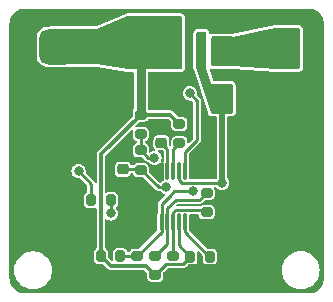
<source format=gbr>
%TF.GenerationSoftware,KiCad,Pcbnew,(6.0.1)*%
%TF.CreationDate,2023-03-26T21:04:12+08:00*%
%TF.ProjectId,Solenoid valve,536f6c65-6e6f-4696-9420-76616c76652e,rev?*%
%TF.SameCoordinates,Original*%
%TF.FileFunction,Copper,L2,Bot*%
%TF.FilePolarity,Positive*%
%FSLAX46Y46*%
G04 Gerber Fmt 4.6, Leading zero omitted, Abs format (unit mm)*
G04 Created by KiCad (PCBNEW (6.0.1)) date 2023-03-26 21:04:12*
%MOMM*%
%LPD*%
G01*
G04 APERTURE LIST*
G04 Aperture macros list*
%AMRoundRect*
0 Rectangle with rounded corners*
0 $1 Rounding radius*
0 $2 $3 $4 $5 $6 $7 $8 $9 X,Y pos of 4 corners*
0 Add a 4 corners polygon primitive as box body*
4,1,4,$2,$3,$4,$5,$6,$7,$8,$9,$2,$3,0*
0 Add four circle primitives for the rounded corners*
1,1,$1+$1,$2,$3*
1,1,$1+$1,$4,$5*
1,1,$1+$1,$6,$7*
1,1,$1+$1,$8,$9*
0 Add four rect primitives between the rounded corners*
20,1,$1+$1,$2,$3,$4,$5,0*
20,1,$1+$1,$4,$5,$6,$7,0*
20,1,$1+$1,$6,$7,$8,$9,0*
20,1,$1+$1,$8,$9,$2,$3,0*%
G04 Aperture macros list end*
%TA.AperFunction,SMDPad,CuDef*%
%ADD10R,1.800000X2.500000*%
%TD*%
%TA.AperFunction,ComponentPad*%
%ADD11R,3.000000X3.000000*%
%TD*%
%TA.AperFunction,ComponentPad*%
%ADD12C,3.000000*%
%TD*%
%TA.AperFunction,ComponentPad*%
%ADD13RoundRect,0.750000X0.750000X-0.750000X0.750000X0.750000X-0.750000X0.750000X-0.750000X-0.750000X0*%
%TD*%
%TA.AperFunction,SMDPad,CuDef*%
%ADD14RoundRect,0.200000X-0.275000X0.200000X-0.275000X-0.200000X0.275000X-0.200000X0.275000X0.200000X0*%
%TD*%
%TA.AperFunction,SMDPad,CuDef*%
%ADD15RoundRect,0.225000X0.250000X-0.225000X0.250000X0.225000X-0.250000X0.225000X-0.250000X-0.225000X0*%
%TD*%
%TA.AperFunction,SMDPad,CuDef*%
%ADD16RoundRect,0.200000X0.275000X-0.200000X0.275000X0.200000X-0.275000X0.200000X-0.275000X-0.200000X0*%
%TD*%
%TA.AperFunction,SMDPad,CuDef*%
%ADD17RoundRect,0.200000X-0.200000X-0.275000X0.200000X-0.275000X0.200000X0.275000X-0.200000X0.275000X0*%
%TD*%
%TA.AperFunction,SMDPad,CuDef*%
%ADD18RoundRect,0.200000X0.200000X0.275000X-0.200000X0.275000X-0.200000X-0.275000X0.200000X-0.275000X0*%
%TD*%
%TA.AperFunction,SMDPad,CuDef*%
%ADD19RoundRect,0.075000X0.075000X-0.650000X0.075000X0.650000X-0.075000X0.650000X-0.075000X-0.650000X0*%
%TD*%
%TA.AperFunction,ViaPad*%
%ADD20C,0.800000*%
%TD*%
%TA.AperFunction,Conductor*%
%ADD21C,0.250000*%
%TD*%
%TA.AperFunction,Conductor*%
%ADD22C,0.500000*%
%TD*%
%TA.AperFunction,Conductor*%
%ADD23C,0.800000*%
%TD*%
%TA.AperFunction,Conductor*%
%ADD24C,0.320000*%
%TD*%
G04 APERTURE END LIST*
D10*
%TO.P,D2,2,A*%
%TO.N,Net-(D2-Pad2)*%
X18201000Y16677000D03*
%TO.P,D2,1,K*%
%TO.N,Net-(D2-Pad1)*%
X18201000Y20677000D03*
%TD*%
D11*
%TO.P,J2,1,Pin_2*%
%TO.N,GND*%
X23111000Y15927000D03*
D12*
%TO.P,J2,2,Pin_1*%
%TO.N,Net-(D2-Pad1)*%
X23111000Y20927000D03*
%TD*%
%TO.P,J3,2,Pin_2*%
%TO.N,GND*%
X4211000Y16077000D03*
D13*
%TO.P,J3,1,Pin_1*%
%TO.N,+24V*%
X4211000Y21077000D03*
%TD*%
D14*
%TO.P,R8,1*%
%TO.N,Net-(R7-Pad1)*%
X12551000Y3382000D03*
%TO.P,R8,2*%
%TO.N,+24V*%
X12551000Y1732000D03*
%TD*%
D15*
%TO.P,C2,1*%
%TO.N,Net-(C2-Pad1)*%
X13071000Y12952000D03*
%TO.P,C2,2*%
%TO.N,GND*%
X13071000Y14502000D03*
%TD*%
D16*
%TO.P,R2,1*%
%TO.N,Net-(C1-Pad1)*%
X11311000Y10657000D03*
%TO.P,R2,2*%
%TO.N,Net-(R1-Pad1)*%
X11311000Y12307000D03*
%TD*%
%TO.P,R1,1*%
%TO.N,Net-(R1-Pad1)*%
X11311000Y13687000D03*
%TO.P,R1,2*%
%TO.N,+24V*%
X11311000Y15337000D03*
%TD*%
%TO.P,R6,1*%
%TO.N,GND*%
X14071000Y1742000D03*
%TO.P,R6,2*%
%TO.N,Net-(R6-Pad2)*%
X14071000Y3392000D03*
%TD*%
D17*
%TO.P,R10,1*%
%TO.N,+24V*%
X15516000Y3317000D03*
%TO.P,R10,2*%
%TO.N,Net-(R10-Pad2)*%
X17166000Y3317000D03*
%TD*%
D18*
%TO.P,R4,1*%
%TO.N,Net-(Q1-Pad3)*%
X9586000Y3377000D03*
%TO.P,R4,2*%
%TO.N,+24V*%
X7936000Y3377000D03*
%TD*%
D17*
%TO.P,R12,1*%
%TO.N,Net-(R12-Pad1)*%
X7126000Y8077000D03*
%TO.P,R12,2*%
%TO.N,Net-(J1-Pad2)*%
X8776000Y8077000D03*
%TD*%
D14*
%TO.P,R7,1*%
%TO.N,Net-(R7-Pad1)*%
X16891000Y8712000D03*
%TO.P,R7,2*%
%TO.N,Net-(R6-Pad2)*%
X16891000Y7062000D03*
%TD*%
D16*
%TO.P,R9,1*%
%TO.N,Net-(R9-Pad1)*%
X14591000Y12902000D03*
%TO.P,R9,2*%
%TO.N,+24V*%
X14591000Y14552000D03*
%TD*%
%TO.P,R5,1*%
%TO.N,GND*%
X11031000Y1732000D03*
%TO.P,R5,2*%
%TO.N,Net-(Q1-Pad3)*%
X11031000Y3382000D03*
%TD*%
D15*
%TO.P,C1,1*%
%TO.N,Net-(C1-Pad1)*%
X9791000Y10707000D03*
%TO.P,C1,2*%
%TO.N,GND*%
X9791000Y12257000D03*
%TD*%
D19*
%TO.P,U2,1,SENSE*%
%TO.N,Net-(R10-Pad2)*%
X15081000Y6197000D03*
%TO.P,U2,2,Vin*%
%TO.N,+24V*%
X14581000Y6197000D03*
%TO.P,U2,3,OVP*%
%TO.N,Net-(R6-Pad2)*%
X14081000Y6197000D03*
%TO.P,U2,4,UVLO*%
%TO.N,Net-(R7-Pad1)*%
X13581000Y6197000D03*
%TO.P,U2,5,EN*%
%TO.N,Net-(Q1-Pad3)*%
X13081000Y6197000D03*
%TO.P,U2,6,GND*%
%TO.N,GND*%
X13081000Y10597000D03*
%TO.P,U2,7,TIMER*%
%TO.N,Net-(C2-Pad1)*%
X13581000Y10597000D03*
%TO.P,U2,8,nPGD*%
%TO.N,Net-(R9-Pad1)*%
X14081000Y10597000D03*
%TO.P,U2,9,OUT*%
%TO.N,Net-(D2-Pad2)*%
X14581000Y10597000D03*
%TO.P,U2,10,GATE*%
%TO.N,Net-(Q2-Pad4)*%
X15081000Y10597000D03*
%TD*%
D20*
%TO.N,Net-(D2-Pad2)*%
X18201000Y16677000D03*
X17111000Y17517000D03*
X16451000Y19537000D03*
X16451000Y20827000D03*
X16461000Y21877000D03*
X18200520Y9547480D03*
%TO.N,Net-(Q2-Pad4)*%
X15471000Y17127000D03*
%TO.N,GND*%
X10511000Y7427000D03*
%TO.N,Net-(R12-Pad1)*%
X6051000Y10537000D03*
%TO.N,Net-(J1-Pad2)*%
X8771000Y6967000D03*
%TO.N,+24V*%
X9611000Y20457000D03*
X12111000Y20957000D03*
X8111000Y20457000D03*
X14111000Y21957000D03*
X11111000Y20957000D03*
X11111000Y19957000D03*
X13111000Y21957000D03*
X14111000Y19957000D03*
X14111000Y22957000D03*
X13111000Y22957000D03*
X12111000Y22957000D03*
X13111000Y20957000D03*
X12111000Y19957000D03*
X8111000Y21457000D03*
X11111000Y21957000D03*
X6611000Y20457000D03*
X9611000Y21457000D03*
X13111000Y19957000D03*
X6611000Y21457000D03*
X11111000Y22957000D03*
X14111000Y20957000D03*
X12111000Y21957000D03*
%TO.N,Net-(R1-Pad1)*%
X12475930Y11664105D03*
%TO.N,GND*%
X19381000Y6967000D03*
X21881000Y5467000D03*
X20881000Y6967000D03*
X20381000Y5467000D03*
%TO.N,Net-(C1-Pad1)*%
X13481000Y9187000D03*
%TO.N,Net-(Q1-Pad3)*%
X15711021Y8822980D03*
%TD*%
D21*
%TO.N,Net-(D2-Pad2)*%
X18201000Y9547960D02*
X18200520Y9547480D01*
D22*
X18201000Y16677000D02*
X18201000Y9547960D01*
D21*
X14840514Y9547480D02*
X18200520Y9547480D01*
X14581000Y9806994D02*
X14840514Y9547480D01*
X14581000Y10597000D02*
X14581000Y9806994D01*
%TO.N,Net-(Q2-Pad4)*%
X16091000Y16507000D02*
X15471000Y17127000D01*
X16091000Y13185217D02*
X16091000Y16507000D01*
X15081000Y10597000D02*
X15081000Y12175217D01*
X15081000Y12175217D02*
X16091000Y13185217D01*
D23*
%TO.N,+24V*%
X11311000Y19757000D02*
X11111000Y19957000D01*
X11311000Y18657000D02*
X11311000Y19757000D01*
D21*
%TO.N,Net-(R12-Pad1)*%
X7126000Y9462000D02*
X6051000Y10537000D01*
X7126000Y8077000D02*
X7126000Y9462000D01*
%TO.N,Net-(R1-Pad1)*%
X11953895Y11664105D02*
X11311000Y12307000D01*
X12475930Y11664105D02*
X11953895Y11664105D01*
D23*
%TO.N,+24V*%
X11311000Y15337000D02*
X11311000Y18657000D01*
D24*
X7936000Y3377000D02*
X7936000Y11962000D01*
D21*
X11311000Y18657000D02*
X11111000Y18857000D01*
D24*
X7936000Y11962000D02*
X11311000Y15337000D01*
D21*
X15516000Y3317000D02*
X14866480Y2667480D01*
X14581000Y6197000D02*
X14581000Y4252000D01*
X14866480Y2667480D02*
X13486480Y2667480D01*
X14581000Y4252000D02*
X15516000Y3317000D01*
D24*
X8770520Y2542480D02*
X11740520Y2542480D01*
X11740520Y2542480D02*
X12551000Y1732000D01*
X7936000Y3377000D02*
X8770520Y2542480D01*
X13806000Y15337000D02*
X14591000Y14552000D01*
D21*
X13486480Y2667480D02*
X12551000Y1732000D01*
D24*
X11311000Y15337000D02*
X13806000Y15337000D01*
D21*
%TO.N,Net-(R6-Pad2)*%
X14071000Y6187000D02*
X14081000Y6197000D01*
X16696000Y7257000D02*
X16891000Y7062000D01*
X14071000Y3392000D02*
X14071000Y6187000D01*
X14261000Y7257000D02*
X16696000Y7257000D01*
X14081000Y7077000D02*
X14261000Y7257000D01*
X14081000Y6197000D02*
X14081000Y7077000D01*
%TO.N,Net-(R1-Pad1)*%
X11311000Y12307000D02*
X11311000Y13687000D01*
%TO.N,Net-(J1-Pad2)*%
X8771000Y6967000D02*
X8771000Y8072000D01*
X8771000Y8072000D02*
X8776000Y8077000D01*
%TO.N,Net-(C1-Pad1)*%
X11261000Y10707000D02*
X11311000Y10657000D01*
X9791000Y10707000D02*
X11261000Y10707000D01*
X12832783Y9187000D02*
X13481000Y9187000D01*
X11362783Y10657000D02*
X12832783Y9187000D01*
X11311000Y10657000D02*
X11362783Y10657000D01*
%TO.N,Net-(C2-Pad1)*%
X13581000Y10597000D02*
X13581000Y12442000D01*
X13581000Y12442000D02*
X13071000Y12952000D01*
%TO.N,Net-(Q1-Pad3)*%
X11026000Y3377000D02*
X11031000Y3382000D01*
X13781103Y8462489D02*
X14141594Y8822980D01*
X9586000Y3377000D02*
X11026000Y3377000D01*
X14141594Y8822980D02*
X15711021Y8822980D01*
X13081000Y5432000D02*
X13081000Y6197000D01*
X13081000Y7767000D02*
X13776489Y8462489D01*
X11031000Y3382000D02*
X13081000Y5432000D01*
X13081000Y6197000D02*
X13081000Y7767000D01*
X13776489Y8462489D02*
X13781103Y8462489D01*
%TO.N,Net-(R9-Pad1)*%
X14081000Y10597000D02*
X14081000Y12392000D01*
X14081000Y12392000D02*
X14591000Y12902000D01*
%TO.N,Net-(R10-Pad2)*%
X17166000Y3317000D02*
X17120034Y3317000D01*
X15081000Y5356034D02*
X15081000Y6197000D01*
X17120034Y3317000D02*
X15081000Y5356034D01*
%TO.N,Net-(R7-Pad1)*%
X12551000Y3382000D02*
X13581000Y4412000D01*
X13581000Y4412000D02*
X13581000Y6197000D01*
X16277469Y8098469D02*
X16891000Y8712000D01*
X14292469Y8098469D02*
X16277469Y8098469D01*
X13581000Y6197000D02*
X13581000Y7387000D01*
X13581000Y7387000D02*
X14292469Y8098469D01*
%TD*%
%TA.AperFunction,Conductor*%
%TO.N,+24V*%
G36*
X14753121Y23636998D02*
G01*
X14799614Y23583342D01*
X14811000Y23531000D01*
X14811000Y19333000D01*
X14790998Y19264879D01*
X14737342Y19218386D01*
X14685000Y19207000D01*
X10219919Y19207000D01*
X10202167Y19208257D01*
X7615408Y19576373D01*
X7615404Y19576373D01*
X7611000Y19577000D01*
X3737000Y19577000D01*
X3668879Y19597002D01*
X3622386Y19650658D01*
X3611000Y19703000D01*
X3611000Y22451000D01*
X3631002Y22519121D01*
X3684658Y22565614D01*
X3737000Y22577000D01*
X7611000Y22577000D01*
X7622487Y22581772D01*
X7622489Y22581772D01*
X10187795Y23647361D01*
X10236129Y23657000D01*
X14685000Y23657000D01*
X14753121Y23636998D01*
G37*
%TD.AperFunction*%
%TD*%
%TA.AperFunction,Conductor*%
%TO.N,Net-(D2-Pad1)*%
G36*
X24763121Y22616998D02*
G01*
X24809614Y22563342D01*
X24821000Y22511000D01*
X24821000Y19353000D01*
X24800998Y19284879D01*
X24747342Y19238386D01*
X24695000Y19227000D01*
X22754455Y19227000D01*
X22747542Y19227190D01*
X19112717Y19426906D01*
X19112705Y19426906D01*
X19111000Y19427000D01*
X17427000Y19427000D01*
X17358879Y19447002D01*
X17312386Y19500658D01*
X17301000Y19553000D01*
X17301000Y21801000D01*
X17321002Y21869121D01*
X17374658Y21915614D01*
X17427000Y21927000D01*
X19101000Y21927000D01*
X22291673Y22563342D01*
X22648796Y22634566D01*
X22673440Y22637000D01*
X24695000Y22637000D01*
X24763121Y22616998D01*
G37*
%TD.AperFunction*%
%TD*%
%TA.AperFunction,Conductor*%
%TO.N,GND*%
G36*
X25512461Y24309118D02*
G01*
X25526642Y24305857D01*
X25534772Y24307697D01*
X25539196Y24307689D01*
X25554788Y24308813D01*
X25643853Y24301803D01*
X25728319Y24295155D01*
X25739781Y24293340D01*
X25835128Y24270449D01*
X25930472Y24247558D01*
X25941515Y24243970D01*
X26122704Y24168920D01*
X26133047Y24163650D01*
X26206133Y24118863D01*
X26300261Y24061181D01*
X26309650Y24054360D01*
X26458780Y23926990D01*
X26466989Y23918781D01*
X26594360Y23769650D01*
X26601181Y23760261D01*
X26703648Y23593051D01*
X26708920Y23582704D01*
X26783970Y23401515D01*
X26787558Y23390472D01*
X26833339Y23199785D01*
X26835156Y23188316D01*
X26848777Y23015250D01*
X26847735Y23001155D01*
X26847725Y22995481D01*
X26845857Y22987358D01*
X26847697Y22979227D01*
X26849175Y22972694D01*
X26851000Y22956363D01*
X26851000Y1555123D01*
X26849118Y1538539D01*
X26845857Y1524358D01*
X26847697Y1516228D01*
X26847689Y1511804D01*
X26848813Y1496212D01*
X26835156Y1322684D01*
X26833339Y1311215D01*
X26787558Y1120528D01*
X26783970Y1109485D01*
X26708920Y928296D01*
X26703650Y917953D01*
X26635042Y805995D01*
X26601181Y750739D01*
X26594360Y741350D01*
X26500317Y631240D01*
X26466990Y592220D01*
X26458781Y584011D01*
X26309650Y456640D01*
X26300261Y449819D01*
X26133047Y347350D01*
X26122704Y342080D01*
X25941515Y267030D01*
X25930472Y263442D01*
X25835129Y240552D01*
X25739781Y217660D01*
X25728319Y215845D01*
X25555250Y202223D01*
X25541155Y203265D01*
X25535481Y203275D01*
X25527358Y205143D01*
X25515111Y202372D01*
X25512694Y201825D01*
X25496363Y200000D01*
X1555123Y200000D01*
X1538539Y201882D01*
X1538230Y201953D01*
X1524358Y205143D01*
X1516228Y203303D01*
X1511804Y203311D01*
X1496212Y202187D01*
X1407147Y209197D01*
X1322681Y215845D01*
X1311219Y217660D01*
X1215871Y240552D01*
X1120528Y263442D01*
X1109485Y267030D01*
X928296Y342080D01*
X917953Y347350D01*
X750739Y449819D01*
X741350Y456640D01*
X592219Y584011D01*
X584010Y592220D01*
X550683Y631240D01*
X456640Y741350D01*
X449819Y750739D01*
X415958Y805995D01*
X347350Y917953D01*
X342080Y928296D01*
X267030Y1109485D01*
X263442Y1120528D01*
X217661Y1311215D01*
X215844Y1322684D01*
X202223Y1495750D01*
X203265Y1509845D01*
X203275Y1515519D01*
X205143Y1523642D01*
X201825Y1538306D01*
X200000Y1554637D01*
X200000Y2147000D01*
X605551Y2147000D01*
X605779Y2144103D01*
X623468Y1919350D01*
X625317Y1895852D01*
X684127Y1650889D01*
X685240Y1648202D01*
X736983Y1523284D01*
X780534Y1418141D01*
X782055Y1415659D01*
X782057Y1415655D01*
X866399Y1278022D01*
X912164Y1203341D01*
X914056Y1201126D01*
X914058Y1201123D01*
X1054188Y1037052D01*
X1075776Y1011776D01*
X1077990Y1009885D01*
X1257417Y856640D01*
X1267341Y848164D01*
X1269828Y846640D01*
X1479655Y718057D01*
X1479659Y718055D01*
X1482141Y716534D01*
X1714889Y620127D01*
X1959852Y561317D01*
X1962739Y561090D01*
X1962744Y561089D01*
X2085363Y551439D01*
X2148118Y546500D01*
X2273882Y546500D01*
X2336637Y551439D01*
X2459256Y561089D01*
X2459261Y561090D01*
X2462148Y561317D01*
X2707111Y620127D01*
X2939859Y716534D01*
X2942341Y718055D01*
X2942345Y718057D01*
X3152172Y846640D01*
X3154659Y848164D01*
X3164584Y856640D01*
X3344010Y1009885D01*
X3346224Y1011776D01*
X3367812Y1037052D01*
X3507942Y1201123D01*
X3507944Y1201126D01*
X3509836Y1203341D01*
X3555601Y1278022D01*
X3639943Y1415655D01*
X3639945Y1415659D01*
X3641466Y1418141D01*
X3685018Y1523284D01*
X3736760Y1648202D01*
X3737873Y1650889D01*
X3796683Y1895852D01*
X3798533Y1919350D01*
X3816221Y2144103D01*
X3816449Y2147000D01*
X3815059Y2164667D01*
X3796911Y2395256D01*
X3796910Y2395261D01*
X3796683Y2398148D01*
X3737873Y2643111D01*
X3706439Y2719000D01*
X3642582Y2873165D01*
X3642581Y2873166D01*
X3641466Y2875859D01*
X3634278Y2887590D01*
X3511360Y3088172D01*
X3509836Y3090659D01*
X3503420Y3098172D01*
X3348115Y3280010D01*
X3346224Y3282224D01*
X3334516Y3292224D01*
X3156877Y3443942D01*
X3156874Y3443944D01*
X3154659Y3445836D01*
X3134176Y3458388D01*
X2942345Y3575943D01*
X2942341Y3575945D01*
X2939859Y3577466D01*
X2913023Y3588582D01*
X2709798Y3672760D01*
X2707111Y3673873D01*
X2679054Y3680609D01*
X2464972Y3732005D01*
X2462148Y3732683D01*
X2459261Y3732910D01*
X2459256Y3732911D01*
X2332190Y3742911D01*
X2273882Y3747500D01*
X2148118Y3747500D01*
X2089810Y3742911D01*
X1962744Y3732911D01*
X1962739Y3732910D01*
X1959852Y3732683D01*
X1957028Y3732005D01*
X1742947Y3680609D01*
X1714889Y3673873D01*
X1712202Y3672760D01*
X1508978Y3588582D01*
X1482141Y3577466D01*
X1479659Y3575945D01*
X1479655Y3575943D01*
X1287824Y3458388D01*
X1267341Y3445836D01*
X1265126Y3443944D01*
X1265123Y3443942D01*
X1087484Y3292224D01*
X1075776Y3282224D01*
X1073885Y3280010D01*
X918581Y3098172D01*
X912164Y3090659D01*
X910640Y3088172D01*
X787723Y2887590D01*
X780534Y2875859D01*
X779419Y2873166D01*
X779418Y2873165D01*
X715561Y2719000D01*
X684127Y2643111D01*
X625317Y2398148D01*
X625090Y2395261D01*
X625089Y2395256D01*
X606941Y2164667D01*
X605551Y2147000D01*
X200000Y2147000D01*
X200000Y20272076D01*
X2510500Y20272076D01*
X2520698Y20157813D01*
X2573923Y19972194D01*
X2663385Y19801070D01*
X2665755Y19798164D01*
X2665757Y19798161D01*
X2768843Y19671766D01*
X2785429Y19651429D01*
X2788335Y19649059D01*
X2932161Y19531757D01*
X2932164Y19531755D01*
X2935070Y19529385D01*
X3106194Y19439923D01*
X3291813Y19386698D01*
X3295321Y19386385D01*
X3295326Y19386384D01*
X3404428Y19376647D01*
X3404430Y19376647D01*
X3406076Y19376500D01*
X3534764Y19376500D01*
X3569064Y19368071D01*
X3594099Y19354975D01*
X3594102Y19354974D01*
X3597319Y19353291D01*
X3600801Y19352269D01*
X3600805Y19352267D01*
X3631905Y19343136D01*
X3665440Y19333289D01*
X3737000Y19323000D01*
X7587783Y19323000D01*
X7598209Y19322262D01*
X10165747Y18956881D01*
X10165759Y18956880D01*
X10166381Y18956791D01*
X10175933Y18955774D01*
X10183593Y18954958D01*
X10183615Y18954956D01*
X10184226Y18954891D01*
X10194240Y18954182D01*
X10201299Y18953682D01*
X10201304Y18953682D01*
X10201978Y18953634D01*
X10202636Y18953611D01*
X10202650Y18953610D01*
X10211571Y18953295D01*
X10219919Y18953000D01*
X10636500Y18953000D01*
X10684066Y18935687D01*
X10709376Y18891850D01*
X10710500Y18879000D01*
X10710500Y15798111D01*
X10702434Y15764517D01*
X10650354Y15662304D01*
X10649443Y15656552D01*
X10649442Y15656549D01*
X10635955Y15571392D01*
X10635500Y15568519D01*
X10635500Y15565610D01*
X10635501Y15201977D01*
X10618188Y15154411D01*
X10613827Y15149651D01*
X7713871Y12249695D01*
X7701685Y12239854D01*
X7695165Y12235644D01*
X7695163Y12235642D01*
X7690024Y12232324D01*
X7686236Y12227519D01*
X7668608Y12205158D01*
X7662821Y12198645D01*
X7659910Y12195734D01*
X7658136Y12193252D01*
X7658133Y12193248D01*
X7648620Y12179936D01*
X7646528Y12177150D01*
X7615723Y12138074D01*
X7613695Y12132301D01*
X7612846Y12130756D01*
X7612457Y12130139D01*
X7612400Y12130027D01*
X7612118Y12129355D01*
X7611341Y12127769D01*
X7607784Y12122791D01*
X7606031Y12116929D01*
X7593527Y12075120D01*
X7592450Y12071804D01*
X7575957Y12024838D01*
X7575500Y12019561D01*
X7575500Y12018323D01*
X7575089Y12013464D01*
X7573397Y12007808D01*
X7573637Y12001698D01*
X7575443Y11955736D01*
X7575500Y11952831D01*
X7575500Y9609776D01*
X7558187Y9562210D01*
X7514350Y9536900D01*
X7464500Y9545690D01*
X7438796Y9576321D01*
X7436588Y9575046D01*
X7434188Y9579203D01*
X7432054Y9584355D01*
X7431964Y9584462D01*
X7431633Y9585372D01*
X7429351Y9590882D01*
X7427229Y9595432D01*
X7425554Y9601684D01*
X7419888Y9609776D01*
X7402638Y9634411D01*
X7399169Y9639856D01*
X7394760Y9647494D01*
X7379194Y9674455D01*
X7363666Y9687485D01*
X7348585Y9700140D01*
X7343825Y9704501D01*
X6665576Y10382750D01*
X6644184Y10428626D01*
X6644535Y10444735D01*
X6650970Y10493609D01*
X6656682Y10537000D01*
X6636044Y10693762D01*
X6575536Y10839841D01*
X6572586Y10843685D01*
X6572584Y10843689D01*
X6482237Y10961431D01*
X6479282Y10965282D01*
X6464597Y10976550D01*
X6357689Y11058584D01*
X6357685Y11058586D01*
X6353841Y11061536D01*
X6207762Y11122044D01*
X6202960Y11122676D01*
X6202957Y11122677D01*
X6055808Y11142049D01*
X6051000Y11142682D01*
X6046192Y11142049D01*
X5899043Y11122677D01*
X5899040Y11122676D01*
X5894238Y11122044D01*
X5748159Y11061536D01*
X5744315Y11058586D01*
X5744311Y11058584D01*
X5637403Y10976550D01*
X5622718Y10965282D01*
X5619763Y10961431D01*
X5529416Y10843689D01*
X5529414Y10843685D01*
X5526464Y10839841D01*
X5465956Y10693762D01*
X5445318Y10537000D01*
X5445951Y10532192D01*
X5459586Y10428626D01*
X5465956Y10380238D01*
X5526464Y10234159D01*
X5529414Y10230315D01*
X5529416Y10230311D01*
X5604033Y10133069D01*
X5622718Y10108718D01*
X5626569Y10105763D01*
X5744311Y10015416D01*
X5744315Y10015414D01*
X5748159Y10012464D01*
X5894238Y9951956D01*
X5899040Y9951324D01*
X5899043Y9951323D01*
X6046192Y9931951D01*
X6051000Y9931318D01*
X6143266Y9943465D01*
X6192684Y9932509D01*
X6205250Y9922424D01*
X6778826Y9348848D01*
X6800218Y9302972D01*
X6800500Y9296522D01*
X6800500Y8782893D01*
X6783187Y8735327D01*
X6760096Y8716959D01*
X6687658Y8680050D01*
X6597950Y8590342D01*
X6595306Y8585152D01*
X6595304Y8585150D01*
X6543000Y8482498D01*
X6540354Y8477304D01*
X6539443Y8471552D01*
X6539442Y8471549D01*
X6529835Y8410892D01*
X6525500Y8383519D01*
X6525501Y7770482D01*
X6525956Y7767610D01*
X6525956Y7767608D01*
X6528540Y7751295D01*
X6540354Y7676696D01*
X6547820Y7662044D01*
X6595304Y7568850D01*
X6595306Y7568848D01*
X6597950Y7563658D01*
X6687658Y7473950D01*
X6692848Y7471306D01*
X6692850Y7471304D01*
X6795502Y7419000D01*
X6795505Y7418999D01*
X6800696Y7416354D01*
X6806448Y7415443D01*
X6806451Y7415442D01*
X6882396Y7403414D01*
X6894481Y7401500D01*
X7126000Y7401500D01*
X7357518Y7401501D01*
X7360390Y7401956D01*
X7360392Y7401956D01*
X7392090Y7406976D01*
X7451304Y7416354D01*
X7467906Y7424813D01*
X7518145Y7430983D01*
X7560598Y7403414D01*
X7575500Y7358879D01*
X7575500Y4065060D01*
X7558187Y4017494D01*
X7535096Y3999126D01*
X7497658Y3980050D01*
X7407950Y3890342D01*
X7405306Y3885152D01*
X7405304Y3885150D01*
X7353000Y3782498D01*
X7350354Y3777304D01*
X7349443Y3771552D01*
X7349442Y3771549D01*
X7339438Y3708383D01*
X7335500Y3683519D01*
X7335501Y3070482D01*
X7335956Y3067610D01*
X7335956Y3067608D01*
X7336106Y3066662D01*
X7350354Y2976696D01*
X7370209Y2937729D01*
X7405304Y2868850D01*
X7405306Y2868848D01*
X7407950Y2863658D01*
X7497658Y2773950D01*
X7502848Y2771306D01*
X7502850Y2771304D01*
X7605502Y2719000D01*
X7605505Y2718999D01*
X7610696Y2716354D01*
X7616448Y2715443D01*
X7616451Y2715442D01*
X7701608Y2701955D01*
X7704481Y2701500D01*
X7738909Y2701500D01*
X8071023Y2701501D01*
X8118589Y2684188D01*
X8123349Y2679827D01*
X8482825Y2320351D01*
X8492666Y2308165D01*
X8496876Y2301645D01*
X8500196Y2296504D01*
X8505001Y2292716D01*
X8527362Y2275088D01*
X8533875Y2269301D01*
X8536786Y2266390D01*
X8539268Y2264616D01*
X8539272Y2264613D01*
X8552584Y2255100D01*
X8555370Y2253008D01*
X8594446Y2222203D01*
X8600219Y2220175D01*
X8601764Y2219326D01*
X8602381Y2218937D01*
X8602493Y2218880D01*
X8603165Y2218598D01*
X8604751Y2217821D01*
X8609729Y2214264D01*
X8615592Y2212511D01*
X8615591Y2212511D01*
X8657397Y2200008D01*
X8660713Y2198931D01*
X8707682Y2182437D01*
X8712959Y2181980D01*
X8714197Y2181980D01*
X8719056Y2181569D01*
X8724713Y2179877D01*
X8730824Y2180117D01*
X8776796Y2181923D01*
X8779701Y2181980D01*
X11560544Y2181980D01*
X11608110Y2164667D01*
X11612870Y2160306D01*
X11853826Y1919350D01*
X11875218Y1873474D01*
X11875500Y1867024D01*
X11875501Y1500482D01*
X11890354Y1406696D01*
X11919152Y1350177D01*
X11945304Y1298850D01*
X11945306Y1298848D01*
X11947950Y1293658D01*
X12037658Y1203950D01*
X12042848Y1201306D01*
X12042850Y1201304D01*
X12145502Y1149000D01*
X12145505Y1148999D01*
X12150696Y1146354D01*
X12156448Y1145443D01*
X12156451Y1145442D01*
X12241602Y1131956D01*
X12244481Y1131500D01*
X12551000Y1131500D01*
X12857518Y1131501D01*
X12860390Y1131956D01*
X12860392Y1131956D01*
X12892090Y1136976D01*
X12951304Y1146354D01*
X13007823Y1175152D01*
X13059150Y1201304D01*
X13059152Y1201306D01*
X13064342Y1203950D01*
X13154050Y1293658D01*
X13156694Y1298848D01*
X13156696Y1298850D01*
X13209000Y1401502D01*
X13209001Y1401505D01*
X13211646Y1406696D01*
X13212557Y1412448D01*
X13212558Y1412451D01*
X13226045Y1497608D01*
X13226500Y1500481D01*
X13226499Y1916521D01*
X13243812Y1964087D01*
X13248173Y1968847D01*
X13436326Y2157000D01*
X23255551Y2157000D01*
X23255779Y2154103D01*
X23274255Y1919350D01*
X23275317Y1905852D01*
X23334127Y1660889D01*
X23335240Y1658202D01*
X23402530Y1495750D01*
X23430534Y1428141D01*
X23432055Y1425659D01*
X23432057Y1425655D01*
X23515470Y1289539D01*
X23562164Y1213341D01*
X23564056Y1211126D01*
X23564058Y1211123D01*
X23572599Y1201123D01*
X23725776Y1021776D01*
X23727990Y1019885D01*
X23847342Y917949D01*
X23917341Y858164D01*
X23919828Y856640D01*
X24129655Y728057D01*
X24129659Y728055D01*
X24132141Y726534D01*
X24134834Y725419D01*
X24134835Y725418D01*
X24339524Y640634D01*
X24364889Y630127D01*
X24367716Y629448D01*
X24367717Y629448D01*
X24522784Y592220D01*
X24609852Y571317D01*
X24612739Y571090D01*
X24612744Y571089D01*
X24728298Y561995D01*
X24798118Y556500D01*
X24923882Y556500D01*
X24993702Y561995D01*
X25109256Y571089D01*
X25109261Y571090D01*
X25112148Y571317D01*
X25199216Y592220D01*
X25354283Y629448D01*
X25354284Y629448D01*
X25357111Y630127D01*
X25382476Y640634D01*
X25587165Y725418D01*
X25587166Y725419D01*
X25589859Y726534D01*
X25592341Y728055D01*
X25592345Y728057D01*
X25802172Y856640D01*
X25804659Y858164D01*
X25874659Y917949D01*
X25994010Y1019885D01*
X25996224Y1021776D01*
X26149401Y1201123D01*
X26157942Y1211123D01*
X26157944Y1211126D01*
X26159836Y1213341D01*
X26206530Y1289539D01*
X26289943Y1425655D01*
X26289945Y1425659D01*
X26291466Y1428141D01*
X26319471Y1495750D01*
X26386760Y1658202D01*
X26387873Y1660889D01*
X26446683Y1905852D01*
X26447746Y1919350D01*
X26466221Y2154103D01*
X26466449Y2157000D01*
X26464521Y2181497D01*
X26446911Y2405256D01*
X26446910Y2405261D01*
X26446683Y2408148D01*
X26387873Y2653111D01*
X26367641Y2701955D01*
X26292582Y2883165D01*
X26292581Y2883166D01*
X26291466Y2885859D01*
X26289627Y2888861D01*
X26161360Y3098172D01*
X26159836Y3100659D01*
X26138312Y3125861D01*
X25998115Y3290010D01*
X25996224Y3292224D01*
X25856912Y3411208D01*
X25806877Y3453942D01*
X25806874Y3453944D01*
X25804659Y3455836D01*
X25699302Y3520399D01*
X25592345Y3585943D01*
X25592341Y3585945D01*
X25589859Y3587466D01*
X25509845Y3620609D01*
X25359798Y3682760D01*
X25357111Y3683873D01*
X25279524Y3702500D01*
X25114972Y3742005D01*
X25112148Y3742683D01*
X25109261Y3742910D01*
X25109256Y3742911D01*
X24986637Y3752561D01*
X24923882Y3757500D01*
X24798118Y3757500D01*
X24735363Y3752561D01*
X24612744Y3742911D01*
X24612739Y3742910D01*
X24609852Y3742683D01*
X24607028Y3742005D01*
X24442477Y3702500D01*
X24364889Y3683873D01*
X24362202Y3682760D01*
X24212156Y3620609D01*
X24132141Y3587466D01*
X24129659Y3585945D01*
X24129655Y3585943D01*
X24022698Y3520399D01*
X23917341Y3455836D01*
X23915126Y3453944D01*
X23915123Y3453942D01*
X23865088Y3411208D01*
X23725776Y3292224D01*
X23723885Y3290010D01*
X23583689Y3125861D01*
X23562164Y3100659D01*
X23560640Y3098172D01*
X23432374Y2888861D01*
X23430534Y2885859D01*
X23429419Y2883166D01*
X23429418Y2883165D01*
X23354359Y2701955D01*
X23334127Y2653111D01*
X23275317Y2408148D01*
X23275090Y2405261D01*
X23275089Y2405256D01*
X23257479Y2181497D01*
X23255551Y2157000D01*
X13436326Y2157000D01*
X13599632Y2320306D01*
X13645508Y2341698D01*
X13651958Y2341980D01*
X14849039Y2341980D01*
X14855489Y2341698D01*
X14888838Y2338780D01*
X14888839Y2338780D01*
X14895287Y2338216D01*
X14933884Y2348559D01*
X14940183Y2349955D01*
X14949751Y2351642D01*
X14973152Y2355768D01*
X14973154Y2355769D01*
X14979525Y2356892D01*
X14985127Y2360127D01*
X14989838Y2361841D01*
X14995362Y2364129D01*
X14999912Y2366251D01*
X15006164Y2367926D01*
X15038891Y2390842D01*
X15044331Y2394308D01*
X15078935Y2414286D01*
X15083098Y2419247D01*
X15104620Y2444895D01*
X15108981Y2449655D01*
X15279152Y2619826D01*
X15325028Y2641218D01*
X15331478Y2641500D01*
X15708800Y2641501D01*
X15747518Y2641501D01*
X15750390Y2641956D01*
X15750392Y2641956D01*
X15782090Y2646976D01*
X15841304Y2656354D01*
X15930801Y2701955D01*
X15949150Y2711304D01*
X15949152Y2711306D01*
X15954342Y2713950D01*
X16044050Y2803658D01*
X16046694Y2808848D01*
X16046696Y2808850D01*
X16099000Y2911502D01*
X16099001Y2911505D01*
X16101646Y2916696D01*
X16102557Y2922448D01*
X16102558Y2922451D01*
X16116045Y3007608D01*
X16116500Y3010481D01*
X16116499Y3623518D01*
X16107584Y3679808D01*
X16117243Y3729496D01*
X16156582Y3761352D01*
X16207193Y3760468D01*
X16232999Y3743709D01*
X16543826Y3432882D01*
X16565218Y3387006D01*
X16565500Y3380556D01*
X16565501Y3186478D01*
X16565501Y3010482D01*
X16565956Y3007610D01*
X16565956Y3007608D01*
X16569447Y2985566D01*
X16580354Y2916696D01*
X16596272Y2885455D01*
X16635304Y2808850D01*
X16635306Y2808848D01*
X16637950Y2803658D01*
X16727658Y2713950D01*
X16732848Y2711306D01*
X16732850Y2711304D01*
X16835502Y2659000D01*
X16835505Y2658999D01*
X16840696Y2656354D01*
X16846448Y2655443D01*
X16846451Y2655442D01*
X16924309Y2643111D01*
X16934481Y2641500D01*
X17166000Y2641500D01*
X17397518Y2641501D01*
X17400390Y2641956D01*
X17400392Y2641956D01*
X17432090Y2646976D01*
X17491304Y2656354D01*
X17580801Y2701955D01*
X17599150Y2711304D01*
X17599152Y2711306D01*
X17604342Y2713950D01*
X17694050Y2803658D01*
X17696694Y2808848D01*
X17696696Y2808850D01*
X17749000Y2911502D01*
X17749001Y2911505D01*
X17751646Y2916696D01*
X17752557Y2922448D01*
X17752558Y2922451D01*
X17766045Y3007608D01*
X17766500Y3010481D01*
X17766499Y3623518D01*
X17751646Y3717304D01*
X17701789Y3815154D01*
X17696696Y3825150D01*
X17696694Y3825152D01*
X17694050Y3830342D01*
X17604342Y3920050D01*
X17599152Y3922694D01*
X17599150Y3922696D01*
X17496498Y3975000D01*
X17496495Y3975001D01*
X17491304Y3977646D01*
X17485552Y3978557D01*
X17485549Y3978558D01*
X17400392Y3992045D01*
X17397519Y3992500D01*
X17394610Y3992500D01*
X17055647Y3992499D01*
X16935513Y3992499D01*
X16887947Y4009812D01*
X16883187Y4014173D01*
X15450508Y5446852D01*
X15429116Y5492728D01*
X15430256Y5513611D01*
X15431500Y5519867D01*
X15431499Y6857500D01*
X15448812Y6905066D01*
X15492649Y6930376D01*
X15505499Y6931500D01*
X16141501Y6931500D01*
X16189067Y6914187D01*
X16214377Y6870350D01*
X16215501Y6857500D01*
X16215501Y6830482D01*
X16230354Y6736696D01*
X16259152Y6680177D01*
X16285304Y6628850D01*
X16285306Y6628848D01*
X16287950Y6623658D01*
X16377658Y6533950D01*
X16382848Y6531306D01*
X16382850Y6531304D01*
X16485502Y6479000D01*
X16485505Y6478999D01*
X16490696Y6476354D01*
X16496448Y6475443D01*
X16496451Y6475442D01*
X16581602Y6461956D01*
X16584481Y6461500D01*
X16891000Y6461500D01*
X17197518Y6461501D01*
X17200390Y6461956D01*
X17200392Y6461956D01*
X17232090Y6466976D01*
X17291304Y6476354D01*
X17347823Y6505152D01*
X17399150Y6531304D01*
X17399152Y6531306D01*
X17404342Y6533950D01*
X17494050Y6623658D01*
X17496694Y6628848D01*
X17496696Y6628850D01*
X17549000Y6731502D01*
X17549001Y6731505D01*
X17551646Y6736696D01*
X17552557Y6742448D01*
X17552558Y6742451D01*
X17566045Y6827608D01*
X17566500Y6830481D01*
X17566499Y7293518D01*
X17551646Y7387304D01*
X17508846Y7471304D01*
X17496696Y7495150D01*
X17496694Y7495152D01*
X17494050Y7500342D01*
X17404342Y7590050D01*
X17399152Y7592694D01*
X17399150Y7592696D01*
X17296498Y7645000D01*
X17296495Y7645001D01*
X17291304Y7647646D01*
X17285552Y7648557D01*
X17285549Y7648558D01*
X17200392Y7662045D01*
X17197519Y7662500D01*
X17194610Y7662500D01*
X16891001Y7662499D01*
X16584482Y7662499D01*
X16581610Y7662044D01*
X16581608Y7662044D01*
X16549910Y7657024D01*
X16490696Y7647646D01*
X16396819Y7599813D01*
X16378671Y7590566D01*
X16345076Y7582500D01*
X14415478Y7582500D01*
X14367912Y7599813D01*
X14342602Y7643650D01*
X14351392Y7693500D01*
X14363152Y7708826D01*
X14405621Y7751295D01*
X14451497Y7772687D01*
X14457947Y7772969D01*
X16260028Y7772969D01*
X16266478Y7772687D01*
X16299827Y7769769D01*
X16299828Y7769769D01*
X16306276Y7769205D01*
X16344873Y7779548D01*
X16351172Y7780944D01*
X16360740Y7782631D01*
X16384141Y7786757D01*
X16384143Y7786758D01*
X16390514Y7787881D01*
X16396116Y7791116D01*
X16400827Y7792830D01*
X16406351Y7795118D01*
X16410901Y7797240D01*
X16417153Y7798915D01*
X16449880Y7821831D01*
X16455320Y7825297D01*
X16489924Y7845275D01*
X16494087Y7850236D01*
X16515609Y7875884D01*
X16519970Y7880644D01*
X16729152Y8089826D01*
X16775028Y8111218D01*
X16781478Y8111500D01*
X17158800Y8111501D01*
X17197518Y8111501D01*
X17200390Y8111956D01*
X17200392Y8111956D01*
X17232090Y8116976D01*
X17291304Y8126354D01*
X17347823Y8155152D01*
X17399150Y8181304D01*
X17399152Y8181306D01*
X17404342Y8183950D01*
X17494050Y8273658D01*
X17496694Y8278848D01*
X17496696Y8278850D01*
X17549000Y8381502D01*
X17549001Y8381505D01*
X17551646Y8386696D01*
X17552557Y8392448D01*
X17552558Y8392451D01*
X17566045Y8477608D01*
X17566500Y8480481D01*
X17566499Y8943518D01*
X17551646Y9037304D01*
X17512371Y9114385D01*
X17506202Y9164626D01*
X17533771Y9207079D01*
X17578305Y9221980D01*
X17656879Y9221980D01*
X17704445Y9204667D01*
X17715585Y9193030D01*
X17772238Y9119198D01*
X17776089Y9116243D01*
X17893831Y9025896D01*
X17893835Y9025894D01*
X17897679Y9022944D01*
X18043758Y8962436D01*
X18048560Y8961804D01*
X18048563Y8961803D01*
X18195712Y8942431D01*
X18200520Y8941798D01*
X18205328Y8942431D01*
X18352477Y8961803D01*
X18352480Y8961804D01*
X18357282Y8962436D01*
X18503361Y9022944D01*
X18507205Y9025894D01*
X18507209Y9025896D01*
X18624951Y9116243D01*
X18628802Y9119198D01*
X18651271Y9148480D01*
X18722104Y9240791D01*
X18722106Y9240795D01*
X18725056Y9244639D01*
X18785564Y9390718D01*
X18806202Y9547480D01*
X18801333Y9584462D01*
X18786197Y9699437D01*
X18786196Y9699440D01*
X18785564Y9704242D01*
X18725056Y9850321D01*
X18666792Y9926252D01*
X18651500Y9971300D01*
X18651500Y15099000D01*
X18668813Y15146566D01*
X18712650Y15171876D01*
X18725500Y15173000D01*
X18975000Y15173000D01*
X18976971Y15173212D01*
X18976973Y15173212D01*
X19027022Y15178592D01*
X19027030Y15178593D01*
X19028990Y15178804D01*
X19053023Y15184032D01*
X19080373Y15189981D01*
X19080387Y15189984D01*
X19081332Y15190190D01*
X19107555Y15197384D01*
X19111571Y15199671D01*
X19111576Y15199673D01*
X19178581Y15237829D01*
X19179052Y15238097D01*
X19179231Y15238133D01*
X19179903Y15238582D01*
X19188030Y15243210D01*
X19188031Y15243210D01*
X19190518Y15244626D01*
X19190523Y15244630D01*
X19193676Y15246425D01*
X19197037Y15249337D01*
X19204373Y15254932D01*
X19245552Y15282448D01*
X19260614Y15304990D01*
X19268892Y15315262D01*
X19275098Y15321694D01*
X19278773Y15325502D01*
X19324709Y15413319D01*
X19344711Y15481440D01*
X19355000Y15553000D01*
X19355000Y17801000D01*
X19349196Y17854990D01*
X19337810Y17907332D01*
X19330616Y17933555D01*
X19328329Y17937571D01*
X19328327Y17937576D01*
X19290171Y18004581D01*
X19289903Y18005052D01*
X19289867Y18005231D01*
X19289418Y18005903D01*
X19284790Y18014031D01*
X19283374Y18016518D01*
X19283370Y18016523D01*
X19281575Y18019676D01*
X19278663Y18023037D01*
X19273064Y18030378D01*
X19249602Y18065491D01*
X19245552Y18071552D01*
X19223010Y18086614D01*
X19212738Y18094892D01*
X19206306Y18101098D01*
X19202498Y18104773D01*
X19114681Y18150709D01*
X19046560Y18170711D01*
X18975000Y18181000D01*
X17542463Y18181000D01*
X17494897Y18198313D01*
X17471804Y18233017D01*
X17199177Y19109317D01*
X17201577Y19159879D01*
X17235917Y19197069D01*
X17290684Y19202303D01*
X17355440Y19183289D01*
X17427000Y19173000D01*
X19102002Y19173000D01*
X19106062Y19172889D01*
X22733607Y18973573D01*
X22740564Y18973286D01*
X22747477Y18973096D01*
X22754455Y18973000D01*
X24695000Y18973000D01*
X24696971Y18973212D01*
X24696973Y18973212D01*
X24747022Y18978592D01*
X24747030Y18978593D01*
X24748990Y18978804D01*
X24772298Y18983874D01*
X24800373Y18989981D01*
X24800387Y18989984D01*
X24801332Y18990190D01*
X24827555Y18997384D01*
X24913676Y19046425D01*
X24945607Y19074093D01*
X24966098Y19091848D01*
X24966107Y19091857D01*
X24967332Y19092918D01*
X24998773Y19125502D01*
X25044709Y19213319D01*
X25064711Y19281440D01*
X25075000Y19353000D01*
X25075000Y22511000D01*
X25074788Y22512973D01*
X25069408Y22563022D01*
X25069407Y22563030D01*
X25069196Y22564990D01*
X25057810Y22617332D01*
X25050616Y22643555D01*
X25001575Y22729676D01*
X24986165Y22747460D01*
X24956152Y22782098D01*
X24956143Y22782107D01*
X24955082Y22783332D01*
X24922498Y22814773D01*
X24891477Y22831000D01*
X24837902Y22859024D01*
X24837903Y22859024D01*
X24834681Y22860709D01*
X24766560Y22880711D01*
X24695000Y22891000D01*
X22673440Y22891000D01*
X22660957Y22890385D01*
X22649380Y22889815D01*
X22649363Y22889814D01*
X22648475Y22889770D01*
X22623831Y22887336D01*
X22609712Y22885236D01*
X22599989Y22883790D01*
X22599977Y22883788D01*
X22599117Y22883660D01*
X22307037Y22825408D01*
X22241994Y22812436D01*
X19083085Y22182429D01*
X19068612Y22181000D01*
X17427000Y22181000D01*
X17425029Y22180788D01*
X17425027Y22180788D01*
X17374978Y22175408D01*
X17374970Y22175407D01*
X17373010Y22175196D01*
X17349702Y22170126D01*
X17321627Y22164019D01*
X17321613Y22164016D01*
X17320668Y22163810D01*
X17294445Y22156616D01*
X17290426Y22154327D01*
X17290425Y22154327D01*
X17245618Y22128812D01*
X17195716Y22120319D01*
X17152031Y22145889D01*
X17135000Y22193117D01*
X17135000Y22201000D01*
X17134788Y22202973D01*
X17129408Y22253022D01*
X17129407Y22253030D01*
X17129196Y22254990D01*
X17117810Y22307332D01*
X17110616Y22333555D01*
X17061575Y22419676D01*
X17025697Y22461082D01*
X17016152Y22472098D01*
X17016143Y22472107D01*
X17015082Y22473332D01*
X16982498Y22504773D01*
X16977142Y22507575D01*
X16897902Y22549024D01*
X16897903Y22549024D01*
X16894681Y22550709D01*
X16826560Y22570711D01*
X16755000Y22581000D01*
X16147000Y22581000D01*
X16145029Y22580788D01*
X16145027Y22580788D01*
X16094978Y22575408D01*
X16094970Y22575407D01*
X16093010Y22575196D01*
X16074116Y22571086D01*
X16041627Y22564019D01*
X16041613Y22564016D01*
X16040668Y22563810D01*
X16039723Y22563551D01*
X16039720Y22563550D01*
X16030994Y22561156D01*
X16014445Y22556616D01*
X16010426Y22554327D01*
X16010425Y22554327D01*
X15982932Y22538671D01*
X15928324Y22507575D01*
X15910540Y22492165D01*
X15875902Y22462152D01*
X15875893Y22462143D01*
X15874668Y22461082D01*
X15843227Y22428498D01*
X15840774Y22423808D01*
X15840773Y22423807D01*
X15838612Y22419676D01*
X15797291Y22340681D01*
X15777289Y22272560D01*
X15767000Y22201000D01*
X15767000Y19297397D01*
X15770264Y19256808D01*
X15776699Y19217056D01*
X15778407Y19210098D01*
X15785081Y19182914D01*
X15786407Y19177511D01*
X17031297Y15433114D01*
X17035946Y15420292D01*
X17040897Y15407702D01*
X17085315Y15334324D01*
X17096259Y15321694D01*
X17130738Y15281902D01*
X17130747Y15281893D01*
X17131808Y15280668D01*
X17132981Y15279537D01*
X17132983Y15279534D01*
X17134161Y15278398D01*
X17164392Y15249227D01*
X17169082Y15246774D01*
X17169083Y15246773D01*
X17185669Y15238097D01*
X17252209Y15203291D01*
X17320330Y15183289D01*
X17391890Y15173000D01*
X17676500Y15173000D01*
X17724066Y15155687D01*
X17749376Y15111850D01*
X17750500Y15099000D01*
X17750500Y9972551D01*
X17735210Y9927505D01*
X17715585Y9901930D01*
X17672896Y9874734D01*
X17656879Y9872980D01*
X15505500Y9872980D01*
X15457934Y9890293D01*
X15432624Y9934130D01*
X15431500Y9946980D01*
X15431499Y11270492D01*
X15431499Y11274132D01*
X15415515Y11354495D01*
X15411959Y11359817D01*
X15406500Y11387263D01*
X15406500Y12009739D01*
X15423813Y12057305D01*
X15428174Y12062065D01*
X16308832Y12942723D01*
X16313592Y12947084D01*
X16344194Y12972762D01*
X16364172Y13007366D01*
X16367638Y13012806D01*
X16386841Y13040230D01*
X16386842Y13040231D01*
X16390554Y13045533D01*
X16392229Y13051785D01*
X16394351Y13056335D01*
X16396639Y13061859D01*
X16398353Y13066570D01*
X16401588Y13072172D01*
X16404645Y13089507D01*
X16408524Y13111511D01*
X16409922Y13117816D01*
X16413350Y13130610D01*
X16420264Y13156410D01*
X16419682Y13163069D01*
X16416782Y13196212D01*
X16416500Y13202661D01*
X16416500Y16489571D01*
X16416782Y16496021D01*
X16419699Y16529358D01*
X16419699Y16529359D01*
X16420263Y16535807D01*
X16409923Y16574393D01*
X16408526Y16580695D01*
X16402712Y16613671D01*
X16402712Y16613672D01*
X16401588Y16620045D01*
X16398352Y16625650D01*
X16396643Y16630346D01*
X16394351Y16635879D01*
X16392229Y16640431D01*
X16390553Y16646684D01*
X16367640Y16679408D01*
X16364172Y16684852D01*
X16347432Y16713847D01*
X16347431Y16713848D01*
X16344194Y16719455D01*
X16339236Y16723615D01*
X16339232Y16723620D01*
X16313591Y16745135D01*
X16308831Y16749496D01*
X16085576Y16972751D01*
X16064184Y17018627D01*
X16064535Y17034736D01*
X16076049Y17122192D01*
X16076682Y17127000D01*
X16056044Y17283762D01*
X15995536Y17429841D01*
X15992586Y17433685D01*
X15992584Y17433689D01*
X15902237Y17551431D01*
X15899282Y17555282D01*
X15895431Y17558237D01*
X15777689Y17648584D01*
X15777685Y17648586D01*
X15773841Y17651536D01*
X15627762Y17712044D01*
X15622960Y17712676D01*
X15622957Y17712677D01*
X15475808Y17732049D01*
X15471000Y17732682D01*
X15466192Y17732049D01*
X15319043Y17712677D01*
X15319040Y17712676D01*
X15314238Y17712044D01*
X15168159Y17651536D01*
X15164315Y17648586D01*
X15164311Y17648584D01*
X15046569Y17558237D01*
X15042718Y17555282D01*
X15039763Y17551431D01*
X14949416Y17433689D01*
X14949414Y17433685D01*
X14946464Y17429841D01*
X14885956Y17283762D01*
X14865318Y17127000D01*
X14865951Y17122192D01*
X14879586Y17018627D01*
X14885956Y16970238D01*
X14946464Y16824159D01*
X14949414Y16820315D01*
X14949416Y16820311D01*
X15005508Y16747211D01*
X15042718Y16698718D01*
X15046569Y16695763D01*
X15164311Y16605416D01*
X15164315Y16605414D01*
X15168159Y16602464D01*
X15314238Y16541956D01*
X15319040Y16541324D01*
X15319043Y16541323D01*
X15466192Y16521951D01*
X15471000Y16521318D01*
X15563265Y16533465D01*
X15612683Y16522509D01*
X15625249Y16512424D01*
X15743826Y16393847D01*
X15765218Y16347971D01*
X15765500Y16341521D01*
X15765500Y13350695D01*
X15748187Y13303129D01*
X15743826Y13298369D01*
X15392825Y12947368D01*
X15346949Y12925976D01*
X15298054Y12939077D01*
X15269020Y12980541D01*
X15266499Y12999694D01*
X15266499Y13133518D01*
X15251646Y13227304D01*
X15222848Y13283823D01*
X15196696Y13335150D01*
X15196694Y13335152D01*
X15194050Y13340342D01*
X15104342Y13430050D01*
X15099152Y13432694D01*
X15099150Y13432696D01*
X14996498Y13485000D01*
X14996495Y13485001D01*
X14991304Y13487646D01*
X14985552Y13488557D01*
X14985549Y13488558D01*
X14900392Y13502045D01*
X14897519Y13502500D01*
X14894610Y13502500D01*
X14591001Y13502499D01*
X14284482Y13502499D01*
X14281610Y13502044D01*
X14281608Y13502044D01*
X14249910Y13497024D01*
X14190696Y13487646D01*
X14134177Y13458848D01*
X14082850Y13432696D01*
X14082848Y13432694D01*
X14077658Y13430050D01*
X13987950Y13340342D01*
X13985306Y13335152D01*
X13985304Y13335150D01*
X13933000Y13232498D01*
X13930354Y13227304D01*
X13929443Y13221552D01*
X13929442Y13221549D01*
X13919109Y13156304D01*
X13915500Y13133519D01*
X13915501Y12919149D01*
X13915501Y12746477D01*
X13898188Y12698911D01*
X13854351Y12673601D01*
X13804501Y12682391D01*
X13789175Y12694151D01*
X13768174Y12715152D01*
X13746782Y12761028D01*
X13746500Y12767478D01*
X13746500Y13210488D01*
X13739632Y13253850D01*
X13731631Y13304371D01*
X13731630Y13304374D01*
X13730719Y13310126D01*
X13728073Y13315320D01*
X13672174Y13425028D01*
X13672172Y13425030D01*
X13669528Y13430220D01*
X13574220Y13525528D01*
X13569030Y13528172D01*
X13569028Y13528174D01*
X13459320Y13584073D01*
X13459317Y13584074D01*
X13454126Y13586719D01*
X13448374Y13587630D01*
X13448371Y13587631D01*
X13357361Y13602045D01*
X13354488Y13602500D01*
X12787512Y13602500D01*
X12784639Y13602045D01*
X12693629Y13587631D01*
X12693626Y13587630D01*
X12687874Y13586719D01*
X12682683Y13584074D01*
X12682680Y13584073D01*
X12572972Y13528174D01*
X12572970Y13528172D01*
X12567780Y13525528D01*
X12472472Y13430220D01*
X12469828Y13425030D01*
X12469826Y13425028D01*
X12413927Y13315320D01*
X12411281Y13310126D01*
X12410370Y13304374D01*
X12410369Y13304371D01*
X12402368Y13253850D01*
X12395500Y13210488D01*
X12395500Y12693512D01*
X12395955Y12690639D01*
X12410369Y12599629D01*
X12410370Y12599626D01*
X12411281Y12593874D01*
X12413926Y12588683D01*
X12413927Y12588680D01*
X12469826Y12478972D01*
X12469828Y12478970D01*
X12472472Y12473780D01*
X12552721Y12393531D01*
X12574113Y12347655D01*
X12561012Y12298760D01*
X12519548Y12269726D01*
X12490737Y12267838D01*
X12480740Y12269154D01*
X12480738Y12269154D01*
X12475930Y12269787D01*
X12471122Y12269154D01*
X12323973Y12249782D01*
X12323970Y12249781D01*
X12319168Y12249149D01*
X12173089Y12188641D01*
X12169245Y12185691D01*
X12169241Y12185689D01*
X12105548Y12136815D01*
X12057272Y12121593D01*
X12010506Y12140964D01*
X11987133Y12185864D01*
X11986500Y12195523D01*
X11986499Y12535609D01*
X11986499Y12538518D01*
X11971646Y12632304D01*
X11929433Y12715152D01*
X11916696Y12740150D01*
X11916694Y12740152D01*
X11914050Y12745342D01*
X11824342Y12835050D01*
X11819152Y12837694D01*
X11819150Y12837696D01*
X11716498Y12890000D01*
X11716495Y12890001D01*
X11711304Y12892646D01*
X11698923Y12894607D01*
X11654651Y12919149D01*
X11636500Y12967696D01*
X11636500Y13026304D01*
X11653813Y13073870D01*
X11698922Y13099393D01*
X11699614Y13099503D01*
X11711304Y13101354D01*
X11780070Y13136392D01*
X11819150Y13156304D01*
X11819152Y13156306D01*
X11824342Y13158950D01*
X11914050Y13248658D01*
X11916694Y13253848D01*
X11916696Y13253850D01*
X11969000Y13356502D01*
X11969001Y13356505D01*
X11971646Y13361696D01*
X11972557Y13367448D01*
X11972558Y13367451D01*
X11986045Y13452608D01*
X11986500Y13455481D01*
X11986499Y13918518D01*
X11971646Y14012304D01*
X11922102Y14109539D01*
X11916696Y14120150D01*
X11916694Y14120152D01*
X11914050Y14125342D01*
X11824342Y14215050D01*
X11819152Y14217694D01*
X11819150Y14217696D01*
X11716498Y14270000D01*
X11716495Y14270001D01*
X11711304Y14272646D01*
X11705552Y14273557D01*
X11705549Y14273558D01*
X11620392Y14287045D01*
X11617519Y14287500D01*
X11614610Y14287500D01*
X11311001Y14287499D01*
X11004482Y14287499D01*
X11001610Y14287044D01*
X11001608Y14287044D01*
X10952389Y14279249D01*
X10902700Y14288908D01*
X10870845Y14328247D01*
X10871729Y14378858D01*
X10888488Y14404664D01*
X11198650Y14714826D01*
X11244526Y14736218D01*
X11250976Y14736500D01*
X11266786Y14736500D01*
X11276443Y14735867D01*
X11311000Y14731318D01*
X11345558Y14735868D01*
X11355218Y14736501D01*
X11617518Y14736501D01*
X11620390Y14736956D01*
X11620392Y14736956D01*
X11652090Y14741976D01*
X11711304Y14751354D01*
X11780070Y14786392D01*
X11819150Y14806304D01*
X11819152Y14806306D01*
X11824342Y14808950D01*
X11914050Y14898658D01*
X11933126Y14936096D01*
X11970146Y14970618D01*
X11999060Y14976500D01*
X13626024Y14976500D01*
X13673590Y14959187D01*
X13678350Y14954826D01*
X13893826Y14739350D01*
X13915218Y14693474D01*
X13915500Y14687024D01*
X13915501Y14320482D01*
X13930354Y14226696D01*
X13934940Y14217696D01*
X13985304Y14118850D01*
X13985306Y14118848D01*
X13987950Y14113658D01*
X14077658Y14023950D01*
X14082848Y14021306D01*
X14082850Y14021304D01*
X14185502Y13969000D01*
X14185505Y13968999D01*
X14190696Y13966354D01*
X14196448Y13965443D01*
X14196451Y13965442D01*
X14281602Y13951956D01*
X14284481Y13951500D01*
X14591000Y13951500D01*
X14897518Y13951501D01*
X14900390Y13951956D01*
X14900392Y13951956D01*
X14932090Y13956976D01*
X14991304Y13966354D01*
X15081486Y14012304D01*
X15099150Y14021304D01*
X15099152Y14021306D01*
X15104342Y14023950D01*
X15194050Y14113658D01*
X15196694Y14118848D01*
X15196696Y14118850D01*
X15249000Y14221502D01*
X15249001Y14221505D01*
X15251646Y14226696D01*
X15252557Y14232448D01*
X15252558Y14232451D01*
X15266045Y14317608D01*
X15266500Y14320481D01*
X15266499Y14783518D01*
X15251646Y14877304D01*
X15221690Y14936096D01*
X15196696Y14985150D01*
X15196694Y14985152D01*
X15194050Y14990342D01*
X15104342Y15080050D01*
X15099152Y15082694D01*
X15099150Y15082696D01*
X14996498Y15135000D01*
X14996495Y15135001D01*
X14991304Y15137646D01*
X14985552Y15138557D01*
X14985549Y15138558D01*
X14900392Y15152045D01*
X14897519Y15152500D01*
X14863091Y15152500D01*
X14530977Y15152499D01*
X14483411Y15169812D01*
X14478651Y15174173D01*
X14093695Y15559129D01*
X14083854Y15571315D01*
X14079644Y15577835D01*
X14079642Y15577837D01*
X14076324Y15582976D01*
X14049158Y15604392D01*
X14042645Y15610179D01*
X14039734Y15613090D01*
X14037252Y15614864D01*
X14037248Y15614867D01*
X14023936Y15624380D01*
X14021147Y15626474D01*
X13982074Y15657277D01*
X13976301Y15659305D01*
X13974756Y15660154D01*
X13974139Y15660543D01*
X13974027Y15660600D01*
X13973355Y15660882D01*
X13971769Y15661659D01*
X13966791Y15665216D01*
X13919120Y15679473D01*
X13915804Y15680550D01*
X13908136Y15683243D01*
X13868838Y15697043D01*
X13863561Y15697500D01*
X13862323Y15697500D01*
X13857464Y15697911D01*
X13851808Y15699603D01*
X13845698Y15699363D01*
X13799736Y15697557D01*
X13796831Y15697500D01*
X11999060Y15697500D01*
X11951494Y15714813D01*
X11933126Y15737904D01*
X11919566Y15764516D01*
X11911500Y15798112D01*
X11911500Y18879000D01*
X11928813Y18926566D01*
X11972650Y18951876D01*
X11985500Y18953000D01*
X14685000Y18953000D01*
X14686971Y18953212D01*
X14686973Y18953212D01*
X14737022Y18958592D01*
X14737030Y18958593D01*
X14738990Y18958804D01*
X14762298Y18963874D01*
X14790373Y18969981D01*
X14790387Y18969984D01*
X14791332Y18970190D01*
X14817555Y18977384D01*
X14903676Y19026425D01*
X14929502Y19048803D01*
X14956098Y19071848D01*
X14956107Y19071857D01*
X14957332Y19072918D01*
X14975598Y19091848D01*
X14985099Y19101694D01*
X14985100Y19101696D01*
X14988773Y19105502D01*
X15034709Y19193319D01*
X15054711Y19261440D01*
X15065000Y19333000D01*
X15065000Y23531000D01*
X15059196Y23584990D01*
X15047810Y23637332D01*
X15040616Y23663555D01*
X14991575Y23749676D01*
X14974262Y23769656D01*
X14946152Y23802098D01*
X14946143Y23802107D01*
X14945082Y23803332D01*
X14912498Y23834773D01*
X14824681Y23880709D01*
X14756560Y23900711D01*
X14685000Y23911000D01*
X10236129Y23911000D01*
X10186453Y23906095D01*
X10138119Y23896456D01*
X10136379Y23895927D01*
X10136372Y23895925D01*
X10092110Y23882462D01*
X10092103Y23882459D01*
X10090359Y23881929D01*
X10088678Y23881231D01*
X10088676Y23881230D01*
X7573974Y22836661D01*
X7545587Y22831000D01*
X3737000Y22831000D01*
X3735029Y22830788D01*
X3735027Y22830788D01*
X3684978Y22825408D01*
X3684970Y22825407D01*
X3683010Y22825196D01*
X3659702Y22820126D01*
X3631627Y22814019D01*
X3631613Y22814016D01*
X3630668Y22813810D01*
X3629723Y22813551D01*
X3629720Y22813550D01*
X3620994Y22811156D01*
X3604445Y22806616D01*
X3600426Y22804327D01*
X3600425Y22804327D01*
X3570340Y22787195D01*
X3533722Y22777500D01*
X3406076Y22777500D01*
X3404430Y22777353D01*
X3404428Y22777353D01*
X3295326Y22767616D01*
X3295321Y22767615D01*
X3291813Y22767302D01*
X3106194Y22714077D01*
X3102870Y22712339D01*
X2962764Y22639093D01*
X2935070Y22624615D01*
X2932164Y22622245D01*
X2932161Y22622243D01*
X2851695Y22556616D01*
X2785429Y22502571D01*
X2783059Y22499665D01*
X2665757Y22355839D01*
X2665755Y22355836D01*
X2663385Y22352930D01*
X2661647Y22349605D01*
X2661646Y22349604D01*
X2655159Y22337196D01*
X2573923Y22181806D01*
X2520698Y21996187D01*
X2510500Y21881924D01*
X2510500Y20272076D01*
X200000Y20272076D01*
X200000Y22955877D01*
X201882Y22972461D01*
X201953Y22972770D01*
X205143Y22986642D01*
X203303Y22994772D01*
X203311Y22999196D01*
X202187Y23014788D01*
X215844Y23188316D01*
X217661Y23199785D01*
X263442Y23390472D01*
X267030Y23401515D01*
X342080Y23582704D01*
X347352Y23593051D01*
X449819Y23760261D01*
X456640Y23769650D01*
X584011Y23918781D01*
X592220Y23926990D01*
X741350Y24054360D01*
X750739Y24061181D01*
X844867Y24118863D01*
X917953Y24163650D01*
X928296Y24168920D01*
X1109485Y24243970D01*
X1120528Y24247558D01*
X1215872Y24270449D01*
X1311219Y24293340D01*
X1322681Y24295155D01*
X1495750Y24308777D01*
X1509845Y24307735D01*
X1515519Y24307725D01*
X1523642Y24305857D01*
X1538305Y24309175D01*
X1554637Y24311000D01*
X25495877Y24311000D01*
X25512461Y24309118D01*
G37*
%TD.AperFunction*%
%TA.AperFunction,Conductor*%
G36*
X10613106Y14042802D02*
G01*
X10642140Y14001338D01*
X10643750Y13970609D01*
X10635500Y13918519D01*
X10635501Y13455482D01*
X10650354Y13361696D01*
X10673984Y13315320D01*
X10705304Y13253850D01*
X10705306Y13253848D01*
X10707950Y13248658D01*
X10797658Y13158950D01*
X10802848Y13156306D01*
X10802850Y13156304D01*
X10905502Y13104000D01*
X10905505Y13103999D01*
X10910696Y13101354D01*
X10922983Y13099408D01*
X10923077Y13099393D01*
X10967349Y13074851D01*
X10985500Y13026304D01*
X10985500Y12967696D01*
X10968187Y12920130D01*
X10923078Y12894607D01*
X10910696Y12892646D01*
X10854177Y12863848D01*
X10802850Y12837696D01*
X10802848Y12837694D01*
X10797658Y12835050D01*
X10707950Y12745342D01*
X10705306Y12740152D01*
X10705304Y12740150D01*
X10653000Y12637498D01*
X10650354Y12632304D01*
X10649443Y12626552D01*
X10649442Y12626549D01*
X10635955Y12541392D01*
X10635500Y12538519D01*
X10635501Y12075482D01*
X10635956Y12072610D01*
X10635956Y12072608D01*
X10638380Y12057305D01*
X10650354Y11981696D01*
X10664321Y11954285D01*
X10705304Y11873850D01*
X10705306Y11873848D01*
X10707950Y11868658D01*
X10797658Y11778950D01*
X10802848Y11776306D01*
X10802850Y11776304D01*
X10905502Y11724000D01*
X10905505Y11723999D01*
X10910696Y11721354D01*
X10916448Y11720443D01*
X10916451Y11720442D01*
X11001608Y11706955D01*
X11004481Y11706500D01*
X11043199Y11706500D01*
X11420521Y11706501D01*
X11468087Y11689188D01*
X11472847Y11684827D01*
X11711401Y11446273D01*
X11715762Y11441514D01*
X11741440Y11410911D01*
X11776044Y11390933D01*
X11781484Y11387467D01*
X11808908Y11368264D01*
X11814211Y11364551D01*
X11820463Y11362876D01*
X11825013Y11360754D01*
X11830537Y11358466D01*
X11835248Y11356752D01*
X11840850Y11353517D01*
X11847221Y11352394D01*
X11847223Y11352393D01*
X11870624Y11348267D01*
X11880192Y11346580D01*
X11886491Y11345184D01*
X11925088Y11334841D01*
X11931538Y11335405D01*
X11937987Y11334841D01*
X11937789Y11332577D01*
X11977183Y11322026D01*
X11993452Y11306453D01*
X12047648Y11235823D01*
X12051499Y11232868D01*
X12169241Y11142521D01*
X12169245Y11142519D01*
X12173089Y11139569D01*
X12319168Y11079061D01*
X12323970Y11078429D01*
X12323973Y11078428D01*
X12471122Y11059056D01*
X12475930Y11058423D01*
X12480738Y11059056D01*
X12627887Y11078428D01*
X12627890Y11078429D01*
X12632692Y11079061D01*
X12778771Y11139569D01*
X12782615Y11142519D01*
X12782619Y11142521D01*
X12900361Y11232868D01*
X12904212Y11235823D01*
X12907417Y11240000D01*
X12997514Y11357416D01*
X12997516Y11357420D01*
X13000466Y11361264D01*
X13060974Y11507343D01*
X13062970Y11522499D01*
X13080979Y11659297D01*
X13081612Y11664105D01*
X13076031Y11706500D01*
X13061607Y11816062D01*
X13061606Y11816065D01*
X13060974Y11820867D01*
X13000466Y11966946D01*
X12997516Y11970790D01*
X12997514Y11970794D01*
X12907167Y12088536D01*
X12904212Y12092387D01*
X12855366Y12129868D01*
X12804639Y12168792D01*
X12777441Y12211483D01*
X12784048Y12261669D01*
X12821368Y12295867D01*
X12849687Y12301500D01*
X13181500Y12301500D01*
X13229066Y12284187D01*
X13254376Y12240350D01*
X13255500Y12227500D01*
X13255500Y11387263D01*
X13250040Y11359816D01*
X13246485Y11354495D01*
X13245063Y11347346D01*
X13240027Y11322026D01*
X13230500Y11274133D01*
X13230501Y9919868D01*
X13231211Y9916300D01*
X13231211Y9916297D01*
X13244334Y9850321D01*
X13246485Y9839505D01*
X13250533Y9833447D01*
X13253324Y9826708D01*
X13251145Y9825806D01*
X13260580Y9787247D01*
X13238192Y9741848D01*
X13215338Y9726936D01*
X13182640Y9713393D01*
X13182634Y9713390D01*
X13178159Y9711536D01*
X13174315Y9708586D01*
X13174311Y9708584D01*
X13056569Y9618237D01*
X13052718Y9615282D01*
X13022507Y9575910D01*
X12979818Y9548714D01*
X12929632Y9555321D01*
X12911475Y9568634D01*
X12008174Y10471935D01*
X11986782Y10517811D01*
X11986500Y10524261D01*
X11986499Y10885609D01*
X11986499Y10888518D01*
X11971646Y10982304D01*
X11929446Y11065126D01*
X11916696Y11090150D01*
X11916693Y11090154D01*
X11914050Y11095342D01*
X11824342Y11185050D01*
X11819152Y11187694D01*
X11819150Y11187696D01*
X11716498Y11240000D01*
X11716495Y11240001D01*
X11711304Y11242646D01*
X11705552Y11243557D01*
X11705549Y11243558D01*
X11620392Y11257045D01*
X11617519Y11257500D01*
X11614610Y11257500D01*
X11311001Y11257499D01*
X11004482Y11257499D01*
X11001610Y11257044D01*
X11001608Y11257044D01*
X10969910Y11252024D01*
X10910696Y11242646D01*
X10891506Y11232868D01*
X10802850Y11187696D01*
X10802848Y11187694D01*
X10797658Y11185050D01*
X10707950Y11095342D01*
X10699654Y11079061D01*
X10696517Y11072904D01*
X10659496Y11038382D01*
X10630583Y11032500D01*
X10512689Y11032500D01*
X10465123Y11049813D01*
X10446758Y11072900D01*
X10389528Y11185220D01*
X10294220Y11280528D01*
X10289030Y11283172D01*
X10289028Y11283174D01*
X10179320Y11339073D01*
X10179317Y11339074D01*
X10174126Y11341719D01*
X10168374Y11342630D01*
X10168371Y11342631D01*
X10077361Y11357045D01*
X10074488Y11357500D01*
X9507512Y11357500D01*
X9504639Y11357045D01*
X9413629Y11342631D01*
X9413626Y11342630D01*
X9407874Y11341719D01*
X9402683Y11339074D01*
X9402680Y11339073D01*
X9292972Y11283174D01*
X9292970Y11283172D01*
X9287780Y11280528D01*
X9192472Y11185220D01*
X9189829Y11180032D01*
X9189826Y11180028D01*
X9135244Y11072904D01*
X9131281Y11065126D01*
X9130370Y11059374D01*
X9130369Y11059371D01*
X9118986Y10987496D01*
X9115500Y10965488D01*
X9115500Y10448512D01*
X9115955Y10445639D01*
X9130369Y10354629D01*
X9130370Y10354626D01*
X9131281Y10348874D01*
X9133926Y10343683D01*
X9133927Y10343680D01*
X9189826Y10233972D01*
X9189828Y10233970D01*
X9192472Y10228780D01*
X9287780Y10133472D01*
X9292970Y10130828D01*
X9292972Y10130826D01*
X9402680Y10074927D01*
X9402683Y10074926D01*
X9407874Y10072281D01*
X9413626Y10071370D01*
X9413629Y10071369D01*
X9504639Y10056955D01*
X9507512Y10056500D01*
X10074488Y10056500D01*
X10077361Y10056955D01*
X10168371Y10071369D01*
X10168374Y10071370D01*
X10174126Y10072281D01*
X10179317Y10074926D01*
X10179320Y10074927D01*
X10289028Y10130826D01*
X10289030Y10130828D01*
X10294220Y10133472D01*
X10389528Y10228780D01*
X10446757Y10341097D01*
X10483775Y10375617D01*
X10512689Y10381500D01*
X10581366Y10381500D01*
X10628932Y10364187D01*
X10650202Y10332654D01*
X10650354Y10331696D01*
X10679152Y10275177D01*
X10705304Y10223850D01*
X10705306Y10223848D01*
X10707950Y10218658D01*
X10797658Y10128950D01*
X10802848Y10126306D01*
X10802850Y10126304D01*
X10905502Y10074000D01*
X10905505Y10073999D01*
X10910696Y10071354D01*
X10916448Y10070443D01*
X10916451Y10070442D01*
X11001608Y10056955D01*
X11004481Y10056500D01*
X11047688Y10056500D01*
X11472304Y10056501D01*
X11519870Y10039188D01*
X11524630Y10034827D01*
X12590289Y8969168D01*
X12594650Y8964409D01*
X12620328Y8933806D01*
X12654932Y8913828D01*
X12660372Y8910362D01*
X12693099Y8887446D01*
X12699351Y8885771D01*
X12703901Y8883649D01*
X12709425Y8881361D01*
X12714136Y8879647D01*
X12719738Y8876412D01*
X12726109Y8875289D01*
X12726111Y8875288D01*
X12749512Y8871162D01*
X12759080Y8869475D01*
X12765379Y8868079D01*
X12803976Y8857736D01*
X12810424Y8858300D01*
X12810425Y8858300D01*
X12843774Y8861218D01*
X12850224Y8861500D01*
X12937359Y8861500D01*
X12984925Y8844187D01*
X12996065Y8832550D01*
X13052718Y8758718D01*
X13056569Y8755763D01*
X13174311Y8665416D01*
X13174315Y8665414D01*
X13178159Y8662464D01*
X13314828Y8605854D01*
X13352148Y8571656D01*
X13358755Y8521471D01*
X13338835Y8485161D01*
X12863168Y8009494D01*
X12858409Y8005133D01*
X12827806Y7979455D01*
X12824568Y7973846D01*
X12807831Y7944856D01*
X12804362Y7939411D01*
X12781446Y7906684D01*
X12779771Y7900432D01*
X12777649Y7895882D01*
X12775361Y7890358D01*
X12773647Y7885647D01*
X12770412Y7880045D01*
X12764282Y7845275D01*
X12763476Y7840706D01*
X12762079Y7834404D01*
X12751736Y7795807D01*
X12752300Y7789359D01*
X12752300Y7789358D01*
X12755218Y7756009D01*
X12755500Y7749559D01*
X12755500Y6987263D01*
X12750040Y6959816D01*
X12746485Y6954495D01*
X12730500Y6874133D01*
X12730500Y6870493D01*
X12730501Y5572479D01*
X12713188Y5524913D01*
X12708827Y5520153D01*
X11192848Y4004174D01*
X11146972Y3982782D01*
X11140522Y3982500D01*
X10763200Y3982499D01*
X10724482Y3982499D01*
X10721610Y3982044D01*
X10721608Y3982044D01*
X10709018Y3980050D01*
X10630696Y3967646D01*
X10574177Y3938848D01*
X10522850Y3912696D01*
X10522848Y3912694D01*
X10517658Y3910050D01*
X10427950Y3820342D01*
X10388493Y3742903D01*
X10351474Y3708383D01*
X10322560Y3702500D01*
X10246696Y3702500D01*
X10199130Y3719813D01*
X10173607Y3764922D01*
X10172557Y3771551D01*
X10171646Y3777304D01*
X10142523Y3834461D01*
X10116696Y3885150D01*
X10116694Y3885152D01*
X10114050Y3890342D01*
X10024342Y3980050D01*
X10019152Y3982694D01*
X10019150Y3982696D01*
X9916498Y4035000D01*
X9916495Y4035001D01*
X9911304Y4037646D01*
X9905552Y4038557D01*
X9905549Y4038558D01*
X9820392Y4052045D01*
X9817519Y4052500D01*
X9814610Y4052500D01*
X9586001Y4052499D01*
X9354482Y4052499D01*
X9351610Y4052044D01*
X9351608Y4052044D01*
X9319910Y4047024D01*
X9260696Y4037646D01*
X9225501Y4019713D01*
X9152850Y3982696D01*
X9152848Y3982694D01*
X9147658Y3980050D01*
X9057950Y3890342D01*
X9055306Y3885152D01*
X9055304Y3885150D01*
X9003000Y3782498D01*
X9000354Y3777304D01*
X8999443Y3771552D01*
X8999442Y3771549D01*
X8989438Y3708383D01*
X8985500Y3683519D01*
X8985501Y3070482D01*
X8985956Y3067610D01*
X8985956Y3067608D01*
X8993751Y3018389D01*
X8984092Y2968700D01*
X8944753Y2936845D01*
X8894142Y2937729D01*
X8868336Y2954488D01*
X8558174Y3264650D01*
X8536782Y3310526D01*
X8536500Y3316976D01*
X8536499Y3680609D01*
X8536499Y3683518D01*
X8521646Y3777304D01*
X8492523Y3834461D01*
X8466696Y3885150D01*
X8466694Y3885152D01*
X8464050Y3890342D01*
X8374342Y3980050D01*
X8336904Y3999126D01*
X8302382Y4036146D01*
X8296500Y4065060D01*
X8296500Y6424126D01*
X8313813Y6471692D01*
X8357650Y6497002D01*
X8407500Y6488212D01*
X8415545Y6482836D01*
X8468159Y6442464D01*
X8614238Y6381956D01*
X8619040Y6381324D01*
X8619043Y6381323D01*
X8766192Y6361951D01*
X8771000Y6361318D01*
X8775808Y6361951D01*
X8922957Y6381323D01*
X8922960Y6381324D01*
X8927762Y6381956D01*
X9073841Y6442464D01*
X9077685Y6445414D01*
X9077689Y6445416D01*
X9195431Y6535763D01*
X9199282Y6538718D01*
X9202237Y6542569D01*
X9292584Y6660311D01*
X9292586Y6660315D01*
X9295536Y6664159D01*
X9356044Y6810238D01*
X9358710Y6830482D01*
X9376049Y6962192D01*
X9376682Y6967000D01*
X9356044Y7123762D01*
X9295536Y7269841D01*
X9211170Y7379789D01*
X9195949Y7428063D01*
X9217553Y7477161D01*
X9304050Y7563658D01*
X9306694Y7568848D01*
X9306696Y7568850D01*
X9359000Y7671502D01*
X9359001Y7671505D01*
X9361646Y7676696D01*
X9362557Y7682448D01*
X9362558Y7682451D01*
X9376045Y7767608D01*
X9376500Y7770481D01*
X9376499Y8383518D01*
X9361646Y8477304D01*
X9313571Y8571656D01*
X9306696Y8585150D01*
X9306694Y8585152D01*
X9304050Y8590342D01*
X9214342Y8680050D01*
X9209152Y8682694D01*
X9209150Y8682696D01*
X9106498Y8735000D01*
X9106495Y8735001D01*
X9101304Y8737646D01*
X9095552Y8738557D01*
X9095549Y8738558D01*
X9010392Y8752045D01*
X9007519Y8752500D01*
X9004610Y8752500D01*
X8776001Y8752499D01*
X8544482Y8752499D01*
X8541610Y8752044D01*
X8541608Y8752044D01*
X8509910Y8747024D01*
X8450696Y8737646D01*
X8404093Y8713901D01*
X8353854Y8707731D01*
X8311401Y8735300D01*
X8296500Y8779835D01*
X8296500Y11782024D01*
X8313813Y11829590D01*
X8318174Y11834350D01*
X10518335Y14034511D01*
X10564211Y14055903D01*
X10613106Y14042802D01*
G37*
%TD.AperFunction*%
%TD*%
%TA.AperFunction,Conductor*%
%TO.N,Net-(D2-Pad2)*%
G36*
X16823121Y22306998D02*
G01*
X16869614Y22253342D01*
X16881000Y22201000D01*
X16881000Y19277000D01*
X17301000Y17927000D01*
X18975000Y17927000D01*
X19043121Y17906998D01*
X19089614Y17853342D01*
X19101000Y17801000D01*
X19101000Y15553000D01*
X19080998Y15484879D01*
X19027342Y15438386D01*
X18975000Y15427000D01*
X17391890Y15427000D01*
X17323769Y15447002D01*
X17277276Y15500658D01*
X17272325Y15513248D01*
X16027435Y19257645D01*
X16021000Y19297397D01*
X16021000Y22201000D01*
X16041002Y22269121D01*
X16094658Y22315614D01*
X16147000Y22327000D01*
X16755000Y22327000D01*
X16823121Y22306998D01*
G37*
%TD.AperFunction*%
%TD*%
M02*

</source>
